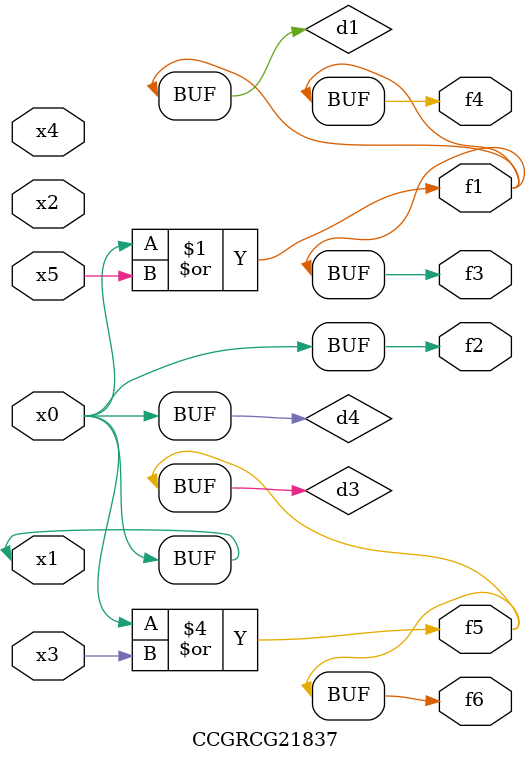
<source format=v>
module CCGRCG21837(
	input x0, x1, x2, x3, x4, x5,
	output f1, f2, f3, f4, f5, f6
);

	wire d1, d2, d3, d4;

	or (d1, x0, x5);
	xnor (d2, x1, x4);
	or (d3, x0, x3);
	buf (d4, x0, x1);
	assign f1 = d1;
	assign f2 = d4;
	assign f3 = d1;
	assign f4 = d1;
	assign f5 = d3;
	assign f6 = d3;
endmodule

</source>
